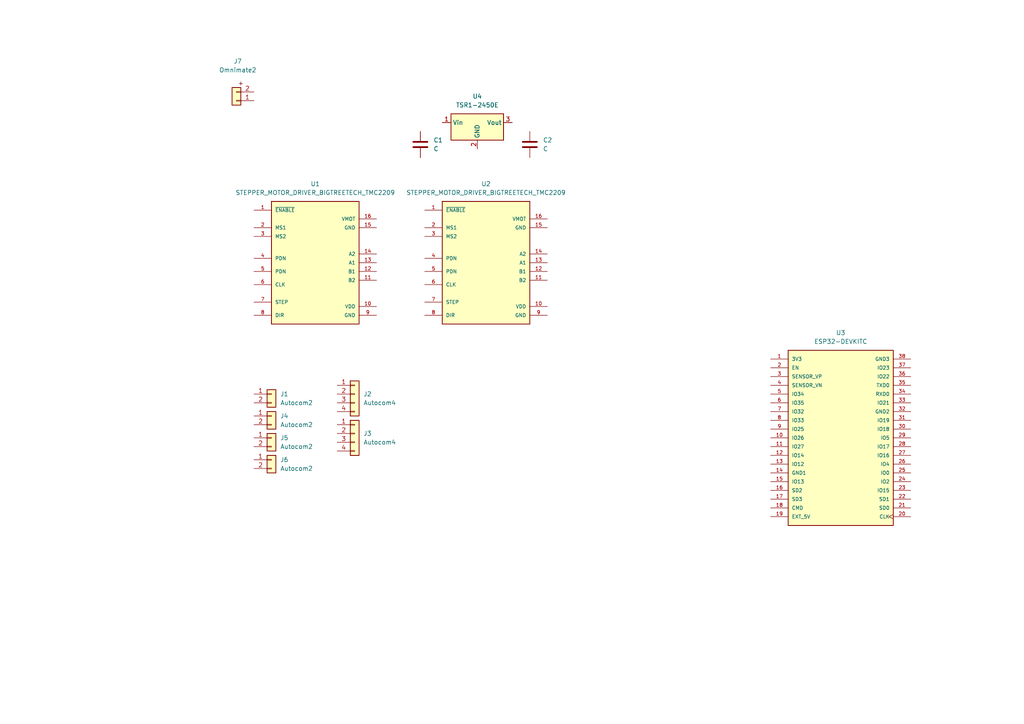
<source format=kicad_sch>
(kicad_sch (version 20231120) (generator "eeschema") (generator_version "8.0")
  (paper "A4")
  (lib_symbols
    (symbol "A4988_STEPPER_MOTOR_DRIVER_CARRIER:STEPPER_MOTOR_DRIVER_BIGTREETECH_TMC2209" (pin_names (offset 1.016))
      (property "Reference" "U" (at -12.7 19.05 0))
      (property "Value" "STEPPER_MOTOR_DRIVER_BIGTREETECH_TMC2209" (at -21.082 -21.336 0))
      (symbol "STEPPER_MOTOR_DRIVER_BIGTREETECH_TMC2209_0_0"
        (rectangle (start -12.7 17.78) (end 12.7 -17.78) (stroke (width 0.254)) (fill (type background)))
        (pin input line (at -17.78 15.24 0) (length 5.08) (name "~{ENABLE}") (number "1"))
        (pin power_in line (at 17.78 -12.7 180) (length 5.08) (name "VDD") (number "10"))
        (pin power_in line (at 17.78 10.16 180) (length 5.08) (name "GND") (number "15"))
        (pin power_in line (at 17.78 12.7 180) (length 5.08) (name "VMOT") (number "16"))
        (pin input line (at -17.78 10.16 0) (length 5.08) (name "MS1") (number "2"))
        (pin input line (at -17.78 7.62 0) (length 5.08) (name "MS2") (number "3"))
        (pin input line (at -17.78 -11.43 0) (length 5.08) (name "STEP") (number "7"))
        (pin input line (at -17.78 -15.24 0) (length 5.08) (name "DIR") (number "8"))
        (pin power_in line (at 17.78 -15.24 180) (length 5.08) (name "GND") (number "9"))
      )
      (symbol "STEPPER_MOTOR_DRIVER_BIGTREETECH_TMC2209_1_0"
        (pin output line (at 17.78 -5.08 180) (length 5.08) (name "B2") (number "11"))
        (pin output line (at 17.78 -2.54 180) (length 5.08) (name "B1") (number "12"))
        (pin output line (at 17.78 0 180) (length 5.08) (name "A1") (number "13"))
        (pin output line (at 17.78 2.54 180) (length 5.08) (name "A2") (number "14"))
        (pin input line (at -17.78 1.27 0) (length 5.08) (name "PDN") (number "4"))
        (pin input line (at -17.78 -2.54 0) (length 5.08) (name "PDN") (number "5"))
        (pin input line (at -17.78 -6.35 0) (length 5.08) (name "CLK") (number "6"))
      )
    )
    (symbol "ESP32-DEVKITC:ESP32-DEVKITC" (pin_names (offset 1.016))
      (property "Reference" "U" (at -15.2572 26.0643 0))
      (property "Value" "ESP32-DEVKITC" (at -15.2563 -27.9698 0))
      (symbol "ESP32-DEVKITC_0_0"
        (rectangle (start -15.24 -25.4) (end 15.24 25.4) (stroke (width 0.254)) (fill (type background)))
        (pin power_in line (at -20.32 22.86 0) (length 5.08) (name "3V3") (number "1"))
        (pin bidirectional line (at -20.32 0 0) (length 5.08) (name "IO26") (number "10"))
        (pin bidirectional line (at -20.32 -2.54 0) (length 5.08) (name "IO27") (number "11"))
        (pin bidirectional line (at -20.32 -5.08 0) (length 5.08) (name "IO14") (number "12"))
        (pin bidirectional line (at -20.32 -7.62 0) (length 5.08) (name "IO12") (number "13"))
        (pin power_in line (at -20.32 -10.16 0) (length 5.08) (name "GND1") (number "14"))
        (pin bidirectional line (at -20.32 -12.7 0) (length 5.08) (name "IO13") (number "15"))
        (pin bidirectional line (at -20.32 -15.24 0) (length 5.08) (name "SD2") (number "16"))
        (pin bidirectional line (at -20.32 -17.78 0) (length 5.08) (name "SD3") (number "17"))
        (pin bidirectional line (at -20.32 -20.32 0) (length 5.08) (name "CMD") (number "18"))
        (pin power_in line (at -20.32 -22.86 0) (length 5.08) (name "EXT_5V") (number "19"))
        (pin input line (at -20.32 20.32 0) (length 5.08) (name "EN") (number "2"))
        (pin input clock (at 20.32 -22.86 180) (length 5.08) (name "CLK") (number "20"))
        (pin bidirectional line (at 20.32 -20.32 180) (length 5.08) (name "SD0") (number "21"))
        (pin bidirectional line (at 20.32 -17.78 180) (length 5.08) (name "SD1") (number "22"))
        (pin bidirectional line (at 20.32 -15.24 180) (length 5.08) (name "IO15") (number "23"))
        (pin bidirectional line (at 20.32 -12.7 180) (length 5.08) (name "IO2") (number "24"))
        (pin bidirectional line (at 20.32 -10.16 180) (length 5.08) (name "IO0") (number "25"))
        (pin bidirectional line (at 20.32 -7.62 180) (length 5.08) (name "IO4") (number "26"))
        (pin bidirectional line (at 20.32 -5.08 180) (length 5.08) (name "IO16") (number "27"))
        (pin bidirectional line (at 20.32 -2.54 180) (length 5.08) (name "IO17") (number "28"))
        (pin bidirectional line (at 20.32 0 180) (length 5.08) (name "IO5") (number "29"))
        (pin input line (at -20.32 17.78 0) (length 5.08) (name "SENSOR_VP") (number "3"))
        (pin bidirectional line (at 20.32 2.54 180) (length 5.08) (name "IO18") (number "30"))
        (pin bidirectional line (at 20.32 5.08 180) (length 5.08) (name "IO19") (number "31"))
        (pin power_in line (at 20.32 7.62 180) (length 5.08) (name "GND2") (number "32"))
        (pin bidirectional line (at 20.32 10.16 180) (length 5.08) (name "IO21") (number "33"))
        (pin input line (at 20.32 12.7 180) (length 5.08) (name "RXD0") (number "34"))
        (pin output line (at 20.32 15.24 180) (length 5.08) (name "TXD0") (number "35"))
        (pin bidirectional line (at 20.32 17.78 180) (length 5.08) (name "IO22") (number "36"))
        (pin bidirectional line (at 20.32 20.32 180) (length 5.08) (name "IO23") (number "37"))
        (pin power_in line (at 20.32 22.86 180) (length 5.08) (name "GND3") (number "38"))
        (pin input line (at -20.32 15.24 0) (length 5.08) (name "SENSOR_VN") (number "4"))
        (pin bidirectional line (at -20.32 12.7 0) (length 5.08) (name "IO34") (number "5"))
        (pin bidirectional line (at -20.32 10.16 0) (length 5.08) (name "IO35") (number "6"))
        (pin bidirectional line (at -20.32 7.62 0) (length 5.08) (name "IO32") (number "7"))
        (pin bidirectional line (at -20.32 5.08 0) (length 5.08) (name "IO33") (number "8"))
        (pin bidirectional line (at -20.32 2.54 0) (length 5.08) (name "IO25") (number "9"))
      )
    )
    (symbol "Regulator_Switching:TSR1-2450E"
      (property "Reference" "U" (at -7.62 6.35 0))
      (property "Value" "TSR1-2450E" (at -3.81 6.35 0))
      (symbol "TSR1-2450E_0_1"
        (rectangle (start -7.62 5.08) (end 7.62 -2.54) (stroke (width 0.254)) (fill (type background)))
      )
      (symbol "TSR1-2450E_1_1"
        (pin power_in line (at -10.16 2.54 0) (length 2.54) (name "Vin") (number "1"))
        (pin power_in line (at 0 -5.08 90) (length 2.54) (name "GND") (number "2"))
        (pin power_out line (at 10.16 2.54 180) (length 2.54) (name "Vout") (number "3"))
      )
    )
    (symbol "SymbGamelGe2_v8.0:Autocom2" (pin_names (offset 1.016) hide)
      (property "Reference" "J" (at 0 2.54 0))
      (property "Value" "Autocom2" (at 0 -5.08 0))
      (symbol "Autocom2_1_1"
        (rectangle (start -1.27 -2.413) (end 0 -2.667) (stroke (width 0.1524)))
        (rectangle (start -1.27 0.127) (end 0 -0.127) (stroke (width 0.1524)))
        (rectangle (start -1.27 1.27) (end 1.27 -3.81) (stroke (width 0.254)) (fill (type background)))
        (pin passive line (at -5.08 0 0) (length 3.81) (name "Pin_1") (number "1"))
        (pin passive line (at -5.08 -2.54 0) (length 3.81) (name "Pin_2") (number "2"))
      )
    )
    (symbol "SymbGamelGe2_v8.0:Autocom4" (pin_names (offset 1.016) hide)
      (property "Reference" "J" (at 0 5.08 0))
      (property "Value" "Autocom4" (at 0 -7.62 0))
      (symbol "Autocom4_1_1"
        (rectangle (start -1.27 -4.953) (end 0 -5.207) (stroke (width 0.1524)))
        (rectangle (start -1.27 -2.413) (end 0 -2.667) (stroke (width 0.1524)))
        (rectangle (start -1.27 0.127) (end 0 -0.127) (stroke (width 0.1524)))
        (rectangle (start -1.27 2.667) (end 0 2.413) (stroke (width 0.1524)))
        (rectangle (start -1.27 3.81) (end 1.27 -6.35) (stroke (width 0.254)) (fill (type background)))
        (pin passive line (at -5.08 2.54 0) (length 3.81) (name "Pin_1") (number "1"))
        (pin passive line (at -5.08 0 0) (length 3.81) (name "Pin_2") (number "2"))
        (pin passive line (at -5.08 -2.54 0) (length 3.81) (name "Pin_3") (number "3"))
        (pin passive line (at -5.08 -5.08 0) (length 3.81) (name "Pin_4") (number "4"))
      )
    )
    (symbol "SymbGamelGe2_v8.0:C" (pin_numbers hide) (pin_names (offset 0.254))
      (property "Reference" "C" (at 0.635 2.54 0))
      (property "Value" "C" (at 0.635 -2.54 0))
      (symbol "C_0_1"
        (polyline (pts (xy -2.032 -0.762) (xy 2.032 -0.762)) (stroke (width 0.508)))
        (polyline (pts (xy -2.032 0.762) (xy 2.032 0.762)) (stroke (width 0.508)))
      )
      (symbol "C_1_1"
        (pin passive line (at 0 3.81 270) (length 2.794) (name "~") (number "1"))
        (pin passive line (at 0 -3.81 90) (length 2.794) (name "~") (number "2"))
      )
    )
    (symbol "SymbGamelGe2_v8.0:Omnimate2" (pin_names (offset 1.016) hide)
      (property "Reference" "J" (at -1.27 2.54 0))
      (property "Value" "Omnimate2" (at 0 -5.08 0))
      (symbol "Omnimate2_0_0"
        (text "+" (at 1.27 2.54 0) (effects (font (size 1.27 1.27))))
      )
      (symbol "Omnimate2_1_1"
        (rectangle (start -1.27 1.27) (end 1.27 -3.81) (stroke (width 0.254)) (fill (type background)))
        (rectangle (start 0 -2.413) (end 1.27 -2.667) (stroke (width 0.1524)))
        (rectangle (start 0 0.127) (end 1.27 -0.127) (stroke (width 0.1524)))
        (pin passive line (at 5.08 -2.54 180) (length 3.81) (name "Pin_1") (number "1"))
        (pin passive line (at 5.08 0 180) (length 3.81) (name "Pin_2") (number "2"))
      )
    )
  )
  (symbol (lib_id "Regulator_Switching:TSR1-2450E") (at 138.43 38.1 0) (unit 1)
    (property "Reference" "U4" (at 138.43 27.94 0))
    (property "Value" "TSR1-2450E" (at 138.43 30.48 0))
    (property "Footprint" "Converter_DCDC:Converter_DCDC_TRACO_TSR1-xxxxE_THT" (effects (hide yes)))
    (property "Datasheet" "https://www.tracopower.com/products/tsr1e.pdf" (effects (hide yes)))
    (property "Description" "1A step-down regulator, fixed 5V output voltage, 7-36V input voltage, TO-220 compatible LM78xx replacement" (effects (hide yes)))
  )
  (symbol (lib_id "SymbGamelGe2_v8.0:C") (at 153.67 41.91 0) (unit 1)
    (property "Reference" "C2" (at 157.48 40.6399 0) (effects (justify left)))
    (property "Value" "C" (at 157.48 43.1799 0) (effects (justify left)))
    (property "Footprint" "FootprintGamelGe2_v8.0:C_Rect_L7.0mm_W2.5mm_P5.00mm" (effects (hide yes)))
    (property "Description" "Unpolarized capacitor" (effects (hide yes)))
  )
  (symbol (lib_id "ESP32-DEVKITC:ESP32-DEVKITC") (at 243.84 127 0) (unit 1)
    (property "Reference" "U3" (at 243.84 96.52 0))
    (property "Value" "ESP32-DEVKITC" (at 243.84 99.06 0))
    (property "Footprint" "ESP32-DEVKITC:MODULE_ESP32-DEVKITC" (effects (hide yes)))
    (property "MF" "Espressif Systems" (effects (hide yes)))
    (property "Description_1" "\nESP32-WROOM-32UE series Transceiver; 802.11 b/g/n (Wi-Fi, WiFi, WLAN), Bluetooth ® Smart Ready 4.x Dual Mode Evaluation Board\n" (effects (hide yes)))
    (property "Package" "None" (effects (hide yes)))
    (property "Price" "None" (effects (hide yes)))
    (property "Check_prices" "https://www.snapeda.com/parts/ESP32-DEVKITC/Espressif+Systems/view-part/?ref=eda" (effects (hide yes)))
    (property "STANDARD" "Manufacturer Recommendations" (effects (hide yes)))
    (property "PARTREV" "N/A" (effects (hide yes)))
    (property "SnapEDA_Link" "https://www.snapeda.com/parts/ESP32-DEVKITC/Espressif+Systems/view-part/?ref=snap" (effects (hide yes)))
    (property "MP" "ESP32-DEVKITC" (effects (hide yes)))
    (property "Availability" "Not in stock" (effects (hide yes)))
    (property "MANUFACTURER" "ESPRESSIF" (effects (hide yes)))
  )
  (symbol (lib_id "SymbGamelGe2_v8.0:Autocom4") (at 102.87 125.73 0) (unit 1)
    (property "Reference" "J3" (at 105.41 125.7299 0) (effects (justify left)))
    (property "Value" "Autocom4" (at 105.41 128.2699 0) (effects (justify left)))
    (property "Footprint" "FootprintGamelGe2_v8.0:Autocom4" (effects (hide yes)))
    (property "Description" "Autocom HE14 connector, single row, 01x04" (effects (hide yes)))
  )
  (symbol (lib_id "A4988_STEPPER_MOTOR_DRIVER_CARRIER:STEPPER_MOTOR_DRIVER_BIGTREETECH_TMC2209") (at 91.44 76.2 0) (unit 1)
    (property "Reference" "U1" (at 91.44 53.34 0))
    (property "Value" "STEPPER_MOTOR_DRIVER_BIGTREETECH_TMC2209" (at 91.44 55.88 0))
    (property "Footprint" "A4988_STEPPER_MOTOR_DRIVER_CARRIER:MODULE_A4988_STEPPER_MOTOR_DRIVER_CARRIER" (effects (hide yes)))
    (property "Description" "Stepper motor controler; IC: A4988; 1A; Uin mot: 8÷35V" (effects (hide yes)))
    (property "MF" "Pololu" (effects (hide yes)))
    (property "PACKAGE" "None" (effects (hide yes)))
    (property "PRICE" "None" (effects (hide yes)))
    (property "Package" "None" (effects (hide yes)))
    (property "Check_prices" "https://www.snapeda.com/parts/A4988%20STEPPER%20MOTOR%20DRIVER%20CARRIER/Pololu/view-part/?ref=eda" (effects (hide yes)))
    (property "Price" "None" (effects (hide yes)))
    (property "SnapEDA_Link" "https://www.snapeda.com/parts/A4988%20STEPPER%20MOTOR%20DRIVER%20CARRIER/Pololu/view-part/?ref=snap" (effects (hide yes)))
    (property "MP" "A4988 STEPPER MOTOR DRIVER CARRIER" (effects (hide yes)))
    (property "Availability" "Not in stock" (effects (hide yes)))
    (property "AVAILABILITY" "Unavailable" (effects (hide yes)))
    (property "Description_1" "\nStepper Motor Driver\n" (effects (hide yes)))
  )
  (symbol (lib_id "SymbGamelGe2_v8.0:Autocom2") (at 78.74 127 0) (unit 1)
    (property "Reference" "J5" (at 81.28 126.9999 0) (effects (justify left)))
    (property "Value" "Autocom2" (at 81.28 129.5399 0) (effects (justify left)))
    (property "Footprint" "FootprintGamelGe2_v8.0:Autocom2" (effects (hide yes)))
    (property "Description" "Autocom HE14 connector, single row, 01x02" (effects (hide yes)))
  )
  (symbol (lib_id "SymbGamelGe2_v8.0:Autocom2") (at 78.74 133.35 0) (unit 1)
    (property "Reference" "J6" (at 81.28 133.3499 0) (effects (justify left)))
    (property "Value" "Autocom2" (at 81.28 135.8899 0) (effects (justify left)))
    (property "Footprint" "FootprintGamelGe2_v8.0:Autocom2" (effects (hide yes)))
    (property "Description" "Autocom HE14 connector, single row, 01x02" (effects (hide yes)))
  )
  (symbol (lib_id "SymbGamelGe2_v8.0:Omnimate2") (at 68.58 26.67 0) (unit 1)
    (property "Reference" "J7" (at 68.9652 17.78 0))
    (property "Value" "Omnimate2" (at 68.9652 20.32 0))
    (property "Footprint" "FootprintGamelGe2_v8.0:OmnimateSL-5,08_1x02_P5.08mm_Vertical" (effects (hide yes)))
    (property "Description" "Connector BL/SL 5.08, single row, 01x02, power supply connector" (effects (hide yes)))
  )
  (symbol (lib_id "SymbGamelGe2_v8.0:Autocom2") (at 78.74 114.3 0) (unit 1)
    (property "Reference" "J1" (at 81.28 114.2999 0) (effects (justify left)))
    (property "Value" "Autocom2" (at 81.28 116.8399 0) (effects (justify left)))
    (property "Footprint" "FootprintGamelGe2_v8.0:Autocom2" (effects (hide yes)))
    (property "Description" "Autocom HE14 connector, single row, 01x02" (effects (hide yes)))
  )
  (symbol (lib_id "SymbGamelGe2_v8.0:Autocom4") (at 102.87 114.3 0) (unit 1)
    (property "Reference" "J2" (at 105.41 114.2999 0) (effects (justify left)))
    (property "Value" "Autocom4" (at 105.41 116.8399 0) (effects (justify left)))
    (property "Footprint" "FootprintGamelGe2_v8.0:Autocom4" (effects (hide yes)))
    (property "Description" "Autocom HE14 connector, single row, 01x04" (effects (hide yes)))
  )
  (symbol (lib_id "SymbGamelGe2_v8.0:C") (at 121.92 41.91 0) (unit 1)
    (property "Reference" "C1" (at 125.73 40.6399 0) (effects (justify left)))
    (property "Value" "C" (at 125.73 43.1799 0) (effects (justify left)))
    (property "Footprint" "FootprintGamelGe2_v8.0:C_Rect_L7.0mm_W2.5mm_P5.00mm" (effects (hide yes)))
    (property "Description" "Unpolarized capacitor" (effects (hide yes)))
  )
  (symbol (lib_id "A4988_STEPPER_MOTOR_DRIVER_CARRIER:STEPPER_MOTOR_DRIVER_BIGTREETECH_TMC2209") (at 140.97 76.2 0) (unit 1)
    (property "Reference" "U2" (at 140.97 53.34 0))
    (property "Value" "STEPPER_MOTOR_DRIVER_BIGTREETECH_TMC2209" (at 140.97 55.88 0))
    (property "Footprint" "A4988_STEPPER_MOTOR_DRIVER_CARRIER:MODULE_A4988_STEPPER_MOTOR_DRIVER_CARRIER" (effects (hide yes)))
    (property "Description" "Stepper motor controler; IC: A4988; 1A; Uin mot: 8÷35V" (effects (hide yes)))
    (property "MF" "Pololu" (effects (hide yes)))
    (property "PACKAGE" "None" (effects (hide yes)))
    (property "PRICE" "None" (effects (hide yes)))
    (property "Package" "None" (effects (hide yes)))
    (property "Check_prices" "https://www.snapeda.com/parts/A4988%20STEPPER%20MOTOR%20DRIVER%20CARRIER/Pololu/view-part/?ref=eda" (effects (hide yes)))
    (property "Price" "None" (effects (hide yes)))
    (property "SnapEDA_Link" "https://www.snapeda.com/parts/A4988%20STEPPER%20MOTOR%20DRIVER%20CARRIER/Pololu/view-part/?ref=snap" (effects (hide yes)))
    (property "MP" "A4988 STEPPER MOTOR DRIVER CARRIER" (effects (hide yes)))
    (property "Availability" "Not in stock" (effects (hide yes)))
    (property "AVAILABILITY" "Unavailable" (effects (hide yes)))
    (property "Description_1" "\nStepper Motor Driver\n" (effects (hide yes)))
  )
  (symbol (lib_id "SymbGamelGe2_v8.0:Autocom2") (at 78.74 120.65 0) (unit 1)
    (property "Reference" "J4" (at 81.28 120.6499 0) (effects (justify left)))
    (property "Value" "Autocom2" (at 81.28 123.1899 0) (effects (justify left)))
    (property "Footprint" "FootprintGamelGe2_v8.0:Autocom2" (effects (hide yes)))
    (property "Description" "Autocom HE14 connector, single row, 01x02" (effects (hide yes)))
  )
)
</source>
